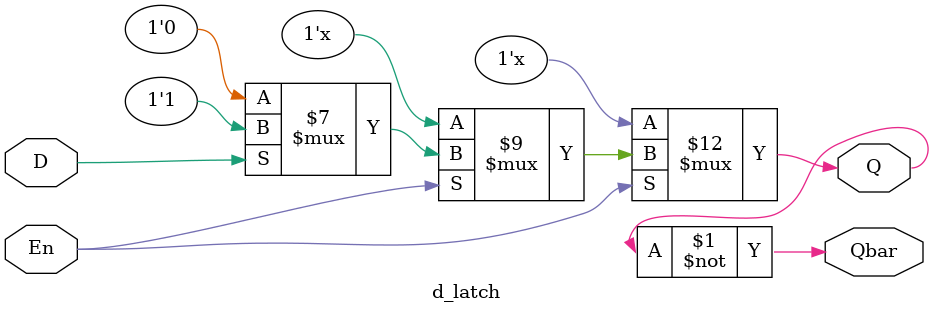
<source format=v>
 module d_latch(input D, input En, output reg Q, output Qbar);
 
 assign Qbar = ~Q;
 
  always@(*) begin
    if (En == 1'b1) begin
	    if (D == 1'b0) 
	       Q = 1'b0;
	   else 
	       Q = 1'b1;		   
	end      	
  end
  
 endmodule
</source>
